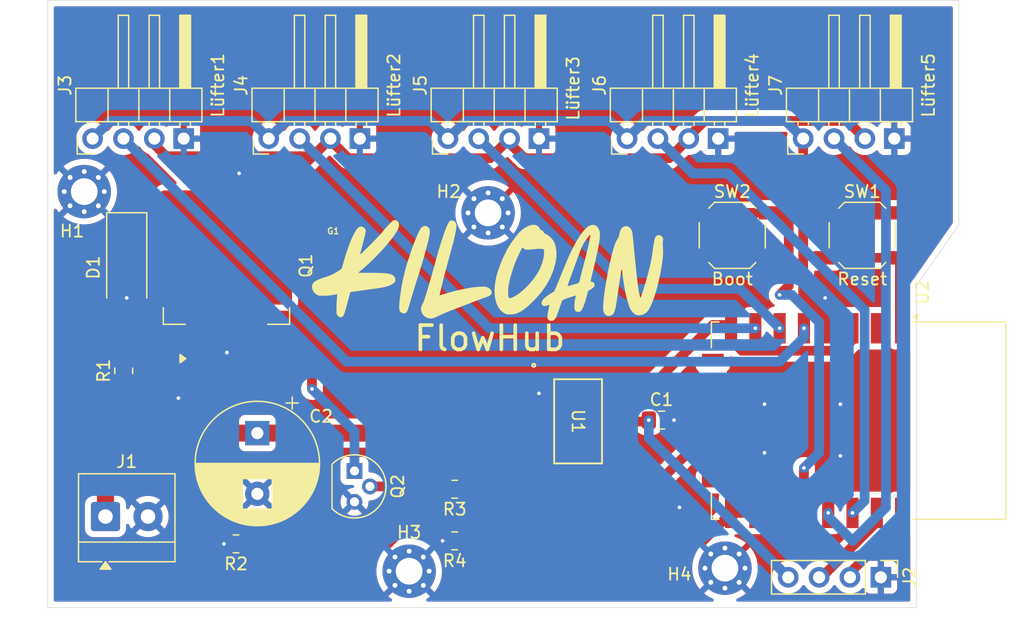
<source format=kicad_pcb>
(kicad_pcb (version 20241229) (generator "pcbnew") (generator_version "9.0")
  (layers (0 "F.Cu" signal) (2 "B.Cu" signal) (13 "F.Paste" user) (15 "B.Paste" user) (5 "F.SilkS" user "F.Silkscreen") (7 "B.SilkS" user "B.Silkscreen") (1 "F.Mask" user) (3 "B.Mask" user) (25 "Edge.Cuts" user))
  (net 0 "")
  (net 1 "GND")
  (net 2 "+3.3V")
  (net 3 "+12V")
  (net 4 "Lüfter+")
  (net 5 "Net-(J2-Pin_2)")
  (net 6 "Net-(J2-Pin_3)")
  (net 7 "PWM1")
  (net 8 "RPM1")
  (net 9 "RPM2")
  (net 10 "RPM3")
  (net 11 "RPM4")
  (net 12 "RPM5")
  (net 13 "Net-(Q2-E)")
  (net 14 "Net-(Q2-B)")
  (net 15 "PWM2")
  (net 16 "Net-(U2-GND)")
  (net 17 "Net-(U2-~{RST})")
  (net 18 "Net-(U2-GPIO0)")
  (footprint "Connector_PinHeader_2.54mm:PinHeader_1x04_P2.54mm_pclüfter" (layer "F.Cu") (at 49.69 32.885 90)
    (property "Reference" "J4" (at 4.385 -2.27 90) (layer "F.SilkS"))
    (property "Value" "Lüfter2" (at 4.385 10.31 90) (layer "F.SilkS"))
    (pad "1" thru_hole rect (at 0 7.5 90) (size 1.7 1.7) (drill 1) (layers "*.Cu" "*.Mask") (net 1 "GND"))
    (pad "2" thru_hole circle (at 0 5.08 90) (size 1.7 1.7) (drill 1) (layers "*.Cu" "*.Mask") (net 4 "Lüfter+"))
    (pad "3" thru_hole circle (at 0 2.54 90) (size 1.7 1.7) (drill 1) (layers "*.Cu" "*.Mask") (net 9 "RPM2"))
    (pad "4" thru_hole circle (at 0 0 90) (size 1.7 1.7) (drill 1) (layers "*.Cu" "*.Mask") (net 7 "PWM1"))
  )
  (footprint "MountingHole:MountingHole_2.2mm_M2_Pad_Via" (layer "F.Cu") (at 34.5 37.25)
    (property "Reference" "H1" (at -1 3.25 0) (layer "F.SilkS"))
    (property "Value" "MountingHole_Pad")
    (pad "1" thru_hole circle (at -1.65 0) (size 0.7 0.7) (drill 0.4) (layers "*.Cu" "*.Mask") (net 1 "GND"))
    (pad "1" thru_hole circle (at -1.166726 -1.166726) (size 0.7 0.7) (drill 0.4) (layers "*.Cu" "*.Mask") (net 1 "GND"))
    (pad "1" thru_hole circle (at -1.166726 1.166726) (size 0.7 0.7) (drill 0.4) (layers "*.Cu" "*.Mask") (net 1 "GND"))
    (pad "1" thru_hole circle (at 0 -1.65) (size 0.7 0.7) (drill 0.4) (layers "*.Cu" "*.Mask") (net 1 "GND"))
    (pad "1" thru_hole circle (at 0 0) (size 4.4 4.4) (drill 2.2) (layers "*.Cu" "*.Mask") (net 1 "GND"))
    (pad "1" thru_hole circle (at 0 1.65) (size 0.7 0.7) (drill 0.4) (layers "*.Cu" "*.Mask") (net 1 "GND"))
    (pad "1" thru_hole circle (at 1.166726 -1.166726) (size 0.7 0.7) (drill 0.4) (layers "*.Cu" "*.Mask") (net 1 "GND"))
    (pad "1" thru_hole circle (at 1.166726 1.166726) (size 0.7 0.7) (drill 0.4) (layers "*.Cu" "*.Mask") (net 1 "GND"))
    (pad "1" thru_hole circle (at 1.65 0) (size 0.7 0.7) (drill 0.4) (layers "*.Cu" "*.Mask") (net 1 "GND"))
  )
  (footprint "Diode_SMD:D_SMA_Handsoldering" (layer "F.Cu") (at 38 43.5 -90)
    (property "Reference" "D1" (at 0 2.75 90) (layer "F.SilkS"))
    (property "Value" "Diode")
    (pad "1" smd roundrect (at -2.5 0 270) (size 3.5 1.8) (layers "F.Cu" "F.Mask" "F.Paste") (roundrect_rratio 0.1388888889) (net 4 "Lüfter+"))
    (pad "2" smd roundrect (at 2.5 0 270) (size 3.5 1.8) (layers "F.Cu" "F.Mask" "F.Paste") (roundrect_rratio 0.1388888889) (net 1 "GND"))
  )
  (footprint "Resistor_SMD:R_0805_2012Metric_Pad1.20x1.40mm_HandSolder" (layer "F.Cu") (at 65 66 180)
    (property "Reference" "R4" (at 0 -1.65 0) (layer "F.SilkS"))
    (property "Value" "1kΩ")
    (pad "1" smd roundrect (at -1 0 180) (size 1.2 1.4) (layers "F.Cu" "F.Mask" "F.Paste") (roundrect_rratio 0.208333) (net 16 "Net-(U2-GND)"))
    (pad "2" smd roundrect (at 1 0 180) (size 1.2 1.4) (layers "F.Cu" "F.Mask" "F.Paste") (roundrect_rratio 0.208333) (net 1 "GND"))
  )
  (footprint "MountingHole:MountingHole_2.2mm_M2_Pad_Via" (layer "F.Cu") (at 87.25 68.25)
    (property "Reference" "H4" (at -3.75 0.5 0) (layer "F.SilkS"))
    (property "Value" "MountingHole_Pad")
    (pad "1" thru_hole circle (at -1.65 0) (size 0.7 0.7) (drill 0.4) (layers "*.Cu" "*.Mask") (net 1 "GND"))
    (pad "1" thru_hole circle (at -1.166726 -1.166726) (size 0.7 0.7) (drill 0.4) (layers "*.Cu" "*.Mask") (net 1 "GND"))
    (pad "1" thru_hole circle (at -1.166726 1.166726) (size 0.7 0.7) (drill 0.4) (layers "*.Cu" "*.Mask") (net 1 "GND"))
    (pad "1" thru_hole circle (at 0 -1.65) (size 0.7 0.7) (drill 0.4) (layers "*.Cu" "*.Mask") (net 1 "GND"))
    (pad "1" thru_hole circle (at 0 0) (size 4.4 4.4) (drill 2.2) (layers "*.Cu" "*.Mask") (net 1 "GND"))
    (pad "1" thru_hole circle (at 0 1.65) (size 0.7 0.7) (drill 0.4) (layers "*.Cu" "*.Mask") (net 1 "GND"))
    (pad "1" thru_hole circle (at 1.166726 -1.166726) (size 0.7 0.7) (drill 0.4) (layers "*.Cu" "*.Mask") (net 1 "GND"))
    (pad "1" thru_hole circle (at 1.166726 1.166726) (size 0.7 0.7) (drill 0.4) (layers "*.Cu" "*.Mask") (net 1 "GND"))
    (pad "1" thru_hole circle (at 1.65 0) (size 0.7 0.7) (drill 0.4) (layers "*.Cu" "*.Mask") (net 1 "GND"))
  )
  (footprint "TerminalBlock_4Ucon:TerminalBlock_4Ucon_1x02_P3.50mm_Horizontal" (layer "F.Cu") (at 36.25 64)
    (property "Reference" "J1" (at 1.75 -4.52 0) (layer "F.SilkS"))
    (property "Value" "Power IN")
    (pad "1" thru_hole roundrect (at 0 0) (size 2.4 2.4) (drill 1.2) (layers "*.Cu" "*.Mask") (roundrect_rratio 0.104167) (net 3 "+12V"))
    (pad "2" thru_hole circle (at 3.5 0) (size 2.4 2.4) (drill 1.2) (layers "*.Cu" "*.Mask") (net 1 "GND"))
  )
  (footprint "Resistor_SMD:R_0805_2012Metric_Pad1.20x1.40mm_HandSolder" (layer "F.Cu") (at 65 61.75 180)
    (property "Reference" "R3" (at 0 -1.65 0) (layer "F.SilkS"))
    (property "Value" "1kΩ")
    (pad "1" smd roundrect (at -1 0 180) (size 1.2 1.4) (layers "F.Cu" "F.Mask" "F.Paste") (roundrect_rratio 0.208333) (net 15 "PWM2"))
    (pad "2" smd roundrect (at 1 0 180) (size 1.2 1.4) (layers "F.Cu" "F.Mask" "F.Paste") (roundrect_rratio 0.208333) (net 14 "Net-(Q2-B)"))
  )
  (footprint "Package_TO_SOT_SMD:TO-263-2" (layer "F.Cu") (at 46.21 43.35 90)
    (property "Reference" "Q1" (at 0 6.54 90) (layer "F.SilkS"))
    (property "Value" "IRF9Z34NSTRLPBF-JSM")
    (pad "1" smd roundrect (at -7.65 -2.54 90) (size 4.6 1.1) (layers "F.Cu" "F.Mask" "F.Paste") (roundrect_rratio 0.227273) (net 13 "Net-(Q2-E)"))
    (pad "2" smd roundrect (at 1.5 0 90) (size 9.4 10.8) (layers "F.Cu" "F.Mask") (roundrect_rratio 0.026596) (net 4 "Lüfter+"))
    (pad "3" smd roundrect (at -7.65 2.54 90) (size 4.6 1.1) (layers "F.Cu" "F.Mask" "F.Paste") (roundrect_rratio 0.227273) (net 3 "+12V"))
  )
  (footprint "RF_Module:ESP-12E" (layer "F.Cu") (at 98.25 56.1 -90)
    (property "Reference" "U2" (at -10.56 -5.26 90) (layer "F.SilkS"))
    (property "Value" "ESP-12F")
    (pad "1" smd rect (at -7.6 -3.5 270) (size 2.5 1) (layers "F.Cu" "F.Mask" "F.Paste") (net 17 "Net-(U2-~{RST})"))
    (pad "2" smd rect (at -7.6 -1.5 270) (size 2.5 1) (layers "F.Cu" "F.Mask" "F.Paste"))
    (pad "3" smd rect (at -7.6 0.5 270) (size 2.5 1) (layers "F.Cu" "F.Mask" "F.Paste") (net 2 "+3.3V"))
    (pad "4" smd rect (at -7.6 2.5 270) (size 2.5 1) (layers "F.Cu" "F.Mask" "F.Paste") (net 7 "PWM1"))
    (pad "5" smd rect (at -7.6 4.5 270) (size 2.5 1) (layers "F.Cu" "F.Mask" "F.Paste") (net 8 "RPM1"))
    (pad "6" smd rect (at -7.6 6.5 270) (size 2.5 1) (layers "F.Cu" "F.Mask" "F.Paste") (net 10 "RPM3"))
    (pad "7" smd rect (at -7.6 8.5 270) (size 2.5 1) (layers "F.Cu" "F.Mask" "F.Paste") (net 9 "RPM2"))
    (pad "8" smd rect (at -7.6 10.5 270) (size 2.5 1) (layers "F.Cu" "F.Mask" "F.Paste") (net 2 "+3.3V"))
    (pad "9" smd rect (at -5 12 270) (size 1 1.8) (layers "F.Cu" "F.Mask" "F.Paste"))
    (pad "10" smd rect (at -3 12 270) (size 1 1.8) (layers "F.Cu" "F.Mask" "F.Paste"))
    (pad "11" smd rect (at -1 12 270) (size 1 1.8) (layers "F.Cu" "F.Mask" "F.Paste"))
    (pad "12" smd rect (at 1 12 270) (size 1 1.8) (layers "F.Cu" "F.Mask" "F.Paste") (net 15 "PWM2"))
    (pad "13" smd rect (at 3 12 270) (size 1 1.8) (layers "F.Cu" "F.Mask" "F.Paste"))
    (pad "14" smd rect (at 5 12 270) (size 1 1.8) (layers "F.Cu" "F.Mask" "F.Paste"))
    (pad "15" smd rect (at 7.6 10.5 270) (size 2.5 1) (layers "F.Cu" "F.Mask" "F.Paste") (net 16 "Net-(U2-GND)"))
    (pad "16" smd rect (at 7.6 8.5 270) (size 2.5 1) (layers "F.Cu" "F.Mask" "F.Paste") (net 16 "Net-(U2-GND)"))
    (pad "17" smd rect (at 7.6 6.5 270) (size 2.5 1) (layers "F.Cu" "F.Mask" "F.Paste"))
    (pad "18" smd rect (at 7.6 4.5 270) (size 2.5 1) (layers "F.Cu" "F.Mask" "F.Paste") (net 18 "Net-(U2-GPIO0)"))
    (pad "19" smd rect (at 7.6 2.5 270) (size 2.5 1) (layers "F.Cu" "F.Mask" "F.Paste") (net 12 "RPM5"))
    (pad "20" smd rect (at 7.6 0.5 270) (size 2.5 1) (layers "F.Cu" "F.Mask" "F.Paste") (net 11 "RPM4"))
    (pad "21" smd rect (at 7.6 -1.5 270) (size 2.5 1) (layers "F.Cu" "F.Mask" "F.Paste") (net 6 "Net-(J2-Pin_3)"))
    (pad "22" smd rect (at 7.6 -3.5 270) (size 2.5 1) (layers "F.Cu" "F.Mask" "F.Paste") (net 5 "Net-(J2-Pin_2)"))
    (zone (net 0) (net_name "") (layers "F.Cu" "B.Cu") (connect_pads (clearance 0)) (min_thickness 0.254)
      (keepout (tracks not_allowed) (vias not_allowed) (pads not_allowed) (copperpour not_allowed) (footprints not_allowed))
      (fill (thermal_gap 0.508) (thermal_bridge_width 0.508))
      (polygon (pts (xy 103.05 47.98) (xy 103.05 64.22) (xy 110.37 64.22) (xy 110.37 47.98)))
    )
  )
  (footprint "Connector_PinHeader_2.54mm:PinHeader_1x04_P2.54mm_pclüfter" (layer "F.Cu") (at 93.69 32.885 90)
    (property "Reference" "J7" (at 4.385 -2.27 90) (layer "F.SilkS"))
    (property "Value" "Lüfter5" (at 4.385 10.31 90) (layer "F.SilkS"))
    (pad "1" thru_hole rect (at 0 7.5 90) (size 1.7 1.7) (drill 1) (layers "*.Cu" "*.Mask") (net 1 "GND"))
    (pad "2" thru_hole circle (at 0 5.08 90) (size 1.7 1.7) (drill 1) (layers "*.Cu" "*.Mask") (net 4 "Lüfter+"))
    (pad "3" thru_hole circle (at 0 2.54 90) (size 1.7 1.7) (drill 1) (layers "*.Cu" "*.Mask") (net 12 "RPM5"))
    (pad "4" thru_hole circle (at 0 0 90) (size 1.7 1.7) (drill 1) (layers "*.Cu" "*.Mask") (net 7 "PWM1"))
  )
  (footprint "Resistor_SMD:R_0805_2012Metric_Pad1.20x1.40mm_HandSolder" (layer "F.Cu") (at 37.75 52 90)
    (property "Reference" "R1" (at 0 -1.65 90) (layer "F.SilkS"))
    (property "Value" "2.2kΩ")
    (pad "1" smd roundrect (at -1 0 90) (size 1.2 1.4) (layers "F.Cu" "F.Mask" "F.Paste") (roundrect_rratio 0.208333) (net 3 "+12V"))
    (pad "2" smd roundrect (at 1 0 90) (size 1.2 1.4) (layers "F.Cu" "F.Mask" "F.Paste") (roundrect_rratio 0.208333) (net 13 "Net-(Q2-E)"))
  )
  (footprint "Connector_PinHeader_2.54mm:PinHeader_1x04_P2.54mm_pclüfter" (layer "F.Cu") (at 79.19 32.885 90)
    (property "Reference" "J6" (at 4.385 -2.27 90) (layer "F.SilkS"))
    (property "Value" "Lüfter4" (at 4.385 10.31 90) (layer "F.SilkS"))
    (pad "1" thru_hole rect (at 0 7.5 90) (size 1.7 1.7) (drill 1) (layers "*.Cu" "*.Mask") (net 1 "GND"))
    (pad "2" thru_hole circle (at 0 5.08 90) (size 1.7 1.7) (drill 1) (layers "*.Cu" "*.Mask") (net 4 "Lüfter+"))
    (pad "3" thru_hole circle (at 0 2.54 90) (size 1.7 1.7) (drill 1) (layers "*.Cu" "*.Mask") (net 11 "RPM4"))
    (pad "4" thru_hole circle (at 0 0 90) (size 1.7 1.7) (drill 1) (layers "*.Cu" "*.Mask") (net 7 "PWM1"))
  )
  (footprint "MountingHole:MountingHole_2.2mm_M2_Pad_Via" (layer "F.Cu") (at 61.25 68.5)
    (property "Reference" "H3" (at 0 -3.2 0) (layer "F.SilkS"))
    (property "Value" "MountingHole_Pad")
    (pad "1" thru_hole circle (at -1.65 0) (size 0.7 0.7) (drill 0.4) (layers "*.Cu" "*.Mask") (net 1 "GND"))
    (pad "1" thru_hole circle (at -1.166726 -1.166726) (size 0.7 0.7) (drill 0.4) (layers "*.Cu" "*.Mask") (net 1 "GND"))
    (pad "1" thru_hole circle (at -1.166726 1.166726) (size 0.7 0.7) (drill 0.4) (layers "*.Cu" "*.Mask") (net 1 "GND"))
    (pad "1" thru_hole circle (at 0 -1.65) (size 0.7 0.7) (drill 0.4) (layers "*.Cu" "*.Mask") (net 1 "GND"))
    (pad "1" thru_hole circle (at 0 0) (size 4.4 4.4) (drill 2.2) (layers "*.Cu" "*.Mask") (net 1 "GND"))
    (pad "1" thru_hole circle (at 0 1.65) (size 0.7 0.7) (drill 0.4) (layers "*.Cu" "*.Mask") (net 1 "GND"))
    (pad "1" thru_hole circle (at 1.166726 -1.166726) (size 0.7 0.7) (drill 0.4) (layers "*.Cu" "*.Mask") (net 1 "GND"))
    (pad "1" thru_hole circle (at 1.166726 1.166726) (size 0.7 0.7) (drill 0.4) (layers "*.Cu" "*.Mask") (net 1 "GND"))
    (pad "1" thru_hole circle (at 1.65 0) (size 0.7 0.7) (drill 0.4) (layers "*.Cu" "*.Mask") (net 1 "GND"))
  )
  (footprint "Button_Switch_SMD:SW_SPST_SKQG_WithStem" (layer "F.Cu") (at 98.55 40.85)
    (property "Reference" "SW1" (at 0 -3.6 0) (layer "F.SilkS"))
    (property "Value" "Reset" (at 0 3.6 0) (layer "F.SilkS"))
    (pad "1" smd rect (at -3.1 -1.85) (size 1.8 1.1) (layers "F.Cu" "F.Mask" "F.Paste") (net 1 "GND"))
    (pad "1" smd rect (at 3.1 -1.85) (size 1.8 1.1) (layers "F.Cu" "F.Mask" "F.Paste") (net 1 "GND"))
    (pad "2" smd rect (at -3.1 1.85) (size 1.8 1.1) (layers "F.Cu" "F.Mask" "F.Paste") (net 17 "Net-(U2-~{RST})"))
    (pad "2" smd rect (at 3.1 1.85) (size 1.8 1.1) (layers "F.Cu" "F.Mask" "F.Paste") (net 17 "Net-(U2-~{RST})"))
    (zone (net 0) (net_name "") (layer "F.Cu") (connect_pads (clearance 0)) (min_thickness 0.254)
      (keepout (tracks not_allowed) (vias not_allowed) (pads not_allowed) (copperpour not_allowed) (footprints not_allowed))
      (fill (thermal_gap 0.508) (thermal_bridge_width 0.508))
      (polygon (pts (xy 94.55 39.55) (xy 97.55 39.55) (xy 97.55 42.15) (xy 94.55 42.15)))
    )
    (zone (net 0) (net_name "") (layer "F.Cu") (connect_pads (clearance 0)) (min_thickness 0.254)
      (keepout (tracks not_allowed) (vias not_allowed) (pads not_allowed) (copperpour not_allowed) (footprints not_allowed))
      (fill (thermal_gap 0.508) (thermal_bridge_width 0.508))
      (polygon (pts (xy 99.55 39.55) (xy 102.55 39.55) (xy 102.55 42.15) (xy 99.55 42.15)))
    )
  )
  (footprint "Button_Switch_SMD:SW_SPST_SKQG_WithStem" (layer "F.Cu") (at 87.85 40.85)
    (property "Reference" "SW2" (at 0 -3.6 0) (layer "F.SilkS"))
    (property "Value" "Boot" (at 0 3.6 0) (layer "F.SilkS"))
    (pad "1" smd rect (at -3.1 -1.85) (size 1.8 1.1) (layers "F.Cu" "F.Mask" "F.Paste") (net 18 "Net-(U2-GPIO0)"))
    (pad "1" smd rect (at 3.1 -1.85) (size 1.8 1.1) (layers "F.Cu" "F.Mask" "F.Paste") (net 18 "Net-(U2-GPIO0)"))
    (pad "2" smd rect (at -3.1 1.85) (size 1.8 1.1) (layers "F.Cu" "F.Mask" "F.Paste") (net 1 "GND"))
    (pad "2" smd rect (at 3.1 1.85) (size 1.8 1.1) (layers "F.Cu" "F.Mask" "F.Paste") (net 1 "GND"))
    (zone (net 0) (net_name "") (layer "F.Cu") (connect_pads (clearance 0)) (min_thickness 0.254)
      (keepout (tracks not_allowed) (vias not_allowed) (pads not_allowed) (copperpour not_allowed) (footprints not_allowed))
      (fill (thermal_gap 0.508) (thermal_bridge_width 0.508))
      (polygon (pts (xy 83.85 39.55) (xy 86.85 39.55) (xy 86.85 42.15) (xy 83.85 42.15)))
    )
    (zone (net 0) (net_name "") (layer "F.Cu") (connect_pads (clearance 0)) (min_thickness 0.254)
      (keepout (tracks not_allowed) (vias not_allowed) (pads not_allowed) (copperpour not_allowed) (footprints not_allowed))
      (fill (thermal_gap 0.508) (thermal_bridge_width 0.508))
      (polygon (pts (xy 88.85 39.55) (xy 91.85 39.55) (xy 91.85 42.15) (xy 88.85 42.15)))
    )
  )
  (footprint "LOGO" (layer "F.Cu") (at 68.75 44.25)
    (property "Reference" "G1" (at -13.75 -3.75 0) (layer "F.SilkS") (effects (font (size 0.5 0.5) (thickness 0.1) (bold yes))))
    (property "Value" "LOGO" (hide yes))
  )
  (footprint "Connector_PinHeader_2.54mm:PinHeader_1x04_P2.54mm_pclüfter" (layer "F.Cu") (at 64.44 32.885 90)
    (property "Reference" "J5" (at 4.385 -2.27 90) (layer "F.SilkS"))
    (property "Value" "Lüfter3" (at 4.135 10.31 90) (layer "F.SilkS"))
    (pad "1" thru_hole rect (at 0 7.5 90) (size 1.7 1.7) (drill 1) (layers "*.Cu" "*.Mask") (net 1 "GND"))
    (pad "2" thru_hole circle (at 0 5.08 90) (size 1.7 1.7) (drill 1) (layers "*.Cu" "*.Mask") (net 4 "Lüfter+"))
    (pad "3" thru_hole circle (at 0 2.54 90) (size 1.7 1.7) (drill 1) (layers "*.Cu" "*.Mask") (net 10 "RPM3"))
    (pad "4" thru_hole circle (at 0 0 90) (size 1.7 1.7) (drill 1) (layers "*.Cu" "*.Mask") (net 7 "PWM1"))
  )
  (footprint "Resistor_SMD:R_0805_2012Metric_Pad1.20x1.40mm_HandSolder" (layer "F.Cu") (at 47 66.25 180)
    (property "Reference" "R2" (at 0 -1.65 0) (layer "F.SilkS"))
    (property "Value" "10kΩ")
    (pad "1" smd roundrect (at -1 0 180) (size 1.2 1.4) (layers "F.Cu" "F.Mask" "F.Paste") (roundrect_rratio 0.208333) (net 14 "Net-(Q2-B)"))
    (pad "2" smd roundrect (at 1 0 180) (size 1.2 1.4) (layers "F.Cu" "F.Mask" "F.Paste") (roundrect_rratio 0.208333) (net 1 "GND"))
  )
  (footprint "Capacitor_SMD:C_0805_2012Metric_Pad1.18x1.45mm_HandSolder" (layer "F.Cu") (at 82.02 56.06)
    (property "Reference" "C1" (at 0 -1.68 0) (layer "F.SilkS"))
    (property "Value" "10uF")
    (pad "1" smd roundrect (at -1.0375 0) (size 1.175 1.45) (layers "F.Cu" "F.Mask" "F.Paste") (roundrect_rratio 0.212766) (net 2 "+3.3V"))
    (pad "2" smd roundrect (at 1.0375 0) (size 1.175 1.45) (layers "F.Cu" "F.Mask" "F.Paste") (roundrect_rratio 0.212766) (net 1 "GND"))
  )
  (footprint "Connector_PinHeader_2.54mm:PinHeader_1x04_P2.54mm_pclüfter" (layer "F.Cu") (at 35.19 32.885 90)
    (property "Reference" "J3" (at 4.385 -2.27 90) (layer "F.SilkS"))
    (property "Value" "Lüfter1" (at 4.385 10.31 90) (layer "F.SilkS"))
    (pad "1" thru_hole rect (at 0 7.5 90) (size 1.7 1.7) (drill 1) (layers "*.Cu" "*.Mask") (net 1 "GND"))
    (pad "2" thru_hole circle (at 0 5.08 90) (size 1.7 1.7) (drill 1) (layers "*.Cu" "*.Mask") (net 4 "Lüfter+"))
    (pad "3" thru_hole circle (at 0 2.54 90) (size 1.7 1.7) (drill 1) (layers "*.Cu" "*.Mask") (net 8 "RPM1"))
    (pad "4" thru_hole circle (at 0 0 90) (size 1.7 1.7) (drill 1) (layers "*.Cu" "*.Mask") (net 7 "PWM1"))
  )
  (footprint "MountingHole:MountingHole_2.2mm_M2_Pad_Via" (layer "F.Cu") (at 67.75 39)
    (property "Reference" "H2" (at -3.25 -1.75 0) (layer "F.SilkS"))
    (property "Value" "MountingHole_Pad")
    (pad "1" thru_hole circle (at -1.65 0) (size 0.7 0.7) (drill 0.4) (layers "*.Cu" "*.Mask") (net 1 "GND"))
    (pad "1" thru_hole circle (at -1.166726 -1.166726) (size 0.7 0.7) (drill 0.4) (layers "*.Cu" "*.Mask") (net 1 "GND"))
    (pad "1" thru_hole circle (at -1.166726 1.166726) (size 0.7 0.7) (drill 0.4) (layers "*.Cu" "*.Mask") (net 1 "GND"))
    (pad "1" thru_hole circle (at 0 -1.65) (size 0.7 0.7) (drill 0.4) (layers "*.Cu" "*.Mask") (net 1 "GND"))
    (pad "1" thru_hole circle (at 0 0) (size 4.4 4.4) (drill 2.2) (layers "*.Cu" "*.Mask") (net 1 "GND"))
    (pad "1" thru_hole circle (at 0 1.65) (size 0.7 0.7) (drill 0.4) (layers "*.Cu" "*.Mask") (net 1 "GND"))
    (pad "1" thru_hole circle (at 1.166726 -1.166726) (size 0.7 0.7) (drill 0.4) (layers "*.Cu" "*.Mask") (net 1 "GND"))
    (pad "1" thru_hole circle (at 1.166726 1.166726) (size 0.7 0.7) (drill 0.4) (layers "*.Cu" "*.Mask") (net 1 "GND"))
    (pad "1" thru_hole circle (at 1.65 0) (size 0.7 0.7) (drill 0.4) (layers "*.Cu" "*.Mask") (net 1 "GND"))
  )
  (footprint "Capacitor_THT:CP_Radial_D10.0mm_P5.00mm" (layer "F.Cu") (at 48.75 57.132323 -90)
    (property "Reference" "C2" (at -1.382323 -5.25 180) (layer "F.SilkS"))
    (property "Value" "1000uF")
    (pad "1" thru_hole rect (at 0 0 270) (size 2 2) (drill 1) (layers "*.Cu" "*.Mask") (net 3 "+12V"))
    (pad "2" thru_hole circle (at 5 0 270) (size 2 2) (drill 1) (layers "*.Cu" "*.Mask") (net 1 "GND"))
  )
  (footprint "ul_NCP1117LPST33T3G:SOT223-3_ONS" (layer "F.Cu") (at 75.1573 56.1615 -90)
    (property "Reference" "U1" (at 0 0 270) (layer "F.SilkS"))
    (property "Value" "NCP1117LPST33T3G")
    (pad "1" smd rect (at -2.2987 3.2258 270) (size 0.6096 1.5494) (layers "F.Cu" "F.Mask" "F.Paste") (net 1 "GND"))
    (pad "2" smd rect (at 0 3.2258 270) (size 0.6096 1.5494) (layers "F.Cu" "F.Mask" "F.Paste") (net 2 "+3.3V"))
    (pad "2" smd rect (at 0.0174 -3.1309 270) (size 3.4652 2.0618) (layers "F.Cu" "F.Mask" "F.Paste") (net 2 "+3.3V"))
    (pad "3" smd rect (at 2.2987 3.2258 270) (size 0.6096 1.5494) (layers "F.Cu" "F.Mask" "F.Paste") (net 3 "+12V"))
  )
  (footprint "Connector_PinHeader_2.54mm:PinHeader_1x04_P2.54mm_Vertical" (layer "F.Cu") (at 100.08 69 -90)
    (property "Reference" "J2" (at 0 -2.38 90) (layer "F.SilkS"))
    (property "Value" "Prog")
    (pad "1" thru_hole rect (at 0 0 270) (size 1.7 1.7) (drill 1) (layers "*.Cu" "*.Mask") (net 1 "GND"))
    (pad "2" thru_hole circle (at 0 2.54 270) (size 1.7 1.7) (drill 1) (layers "*.Cu" "*.Mask") (net 5 "Net-(J2-Pin_2)"))
    (pad "3" thru_hole circle (at 0 5.08 270) (size 1.7 1.7) (drill 1) (layers "*.Cu" "*.Mask") (net 6 "Net-(J2-Pin_3)"))
    (pad "4" thru_hole circle (at 0 7.62 270) (size 1.7 1.7) (drill 1) (layers "*.Cu" "*.Mask") (net 2 "+3.3V"))
  )
  (footprint "Package_TO_SOT_THT:TO-92" (layer "F.Cu") (at 56.75 60.25 -90)
    (property "Reference" "Q2" (at 1.27 -3.56 90) (layer "F.SilkS"))
    (property "Value" "Transistor 45V 100mA")
    (pad "1" thru_hole rect (at 0 0 270) (size 1.3 1.3) (drill 0.75) (layers "*.Cu" "*.Mask") (net 13 "Net-(Q2-E)"))
    (pad "2" thru_hole circle (at 1.27 -1.27 270) (size 1.3 1.3) (drill 0.75) (layers "*.Cu" "*.Mask") (net 14 "Net-(Q2-B)"))
    (pad "3" thru_hole circle (at 2.54 0 270) (size 1.3 1.3) (drill 0.75) (layers "*.Cu" "*.Mask") (net 1 "GND"))
  )
  (gr_line (start 106.5 40) (end 106.5 21.5) (stroke (width 0.05)) (layer "Edge.Cuts"))
  (gr_line (start 31.5 21.5) (end 106.5 21.5) (stroke (width 0.05)) (layer "Edge.Cuts"))
  (gr_line (start 103 71.5) (end 31.5 71.5) (stroke (width 0.05)) (layer "Edge.Cuts"))
  (gr_line (start 103 45) (end 106.5 40) (stroke (width 0.05)) (layer "Edge.Cuts"))
  (gr_line (start 31.5 71.5) (end 31.5 21.5) (stroke (width 0.05)) (layer "Edge.Cuts"))
  (gr_line (start 103 45) (end 103 71.5) (stroke (width 0.05)) (layer "Edge.Cuts"))
  (gr_text "FlowHub" (at 61.5 50.5 0) (layer "F.SilkS") (effects (font (size 2 2) (thickness 0.3)) (justify left bottom)))
  (segment (start 95.45 39) (end 101.65 39) (width 0.8) (layer "F.Cu") (net 1))
  (segment (start 84.75 42.7) (end 90.95 42.7) (width 0.8) (layer "F.Cu") (net 1))
  (via (at 83.5 63.25) (size 0.4) (drill 0.3) (layers "F.Cu" "B.Cu") (net 1))
  (via (at 90.5 58.75) (size 0.4) (drill 0.3) (layers "F.Cu" "B.Cu") (net 1))
  (via (at 83.0575 56.06) (size 0.4) (drill 0.3) (layers "F.Cu" "B.Cu") (net 1))
  (via (at 64 66) (size 0.4) (drill 0.3) (layers "F.Cu" "B.Cu") (net 1))
  (via (at 38 46) (size 0.4) (drill 0.3) (layers "F.Cu" "B.Cu") (net 1))
  (via (at 71.9315 53.8628) (size 0.4) (drill 0.3) (layers "F.Cu" "B.Cu") (net 1))
  (via (at 96.75 59) (size 0.4) (drill 0.3) (layers "F.Cu" "B.Cu") (net 1))
  (via (at 90.5 54.75) (size 0.4) (drill 0.3) (layers "F.Cu" "B.Cu") (net 1))
  (via (at 47.25 35.75) (size 0.4) (drill 0.3) (layers "F.Cu" "B.Cu") (net 1))
  (via (at 95.5 46) (size 0.4) (drill 0.3) (layers "F.Cu" "B.Cu") (net 1))
  (via (at 46 66.25) (size 0.4) (drill 0.3) (layers "F.Cu" "B.Cu") (net 1))
  (via (at 42.25 54.25) (size 0.4) (drill 0.3) (layers "F.Cu" "B.Cu") (net 1))
  (via (at 96.75 54.75) (size 0.4) (drill 0.3) (layers "F.Cu" "B.Cu") (net 1))
  (via (at 46.25 50.5) (size 0.4) (drill 0.3) (layers "F.Cu" "B.Cu") (net 1))
  (segment (start 86.2371 48.23) (end 87.48 48.23) (width 0.8) (layer "F.Cu") (net 2))
  (segment (start 78.2882 56.1789) (end 86.2371 48.23) (width 0.8) (layer "F.Cu") (net 2))
  (segment (start 87.48 48.23) (end 87.75 48.5) (width 0.8) (layer "F.Cu") (net 2))
  (segment (start 96.851 50.351) (end 97.75 49.452) (width 0.8) (layer "F.Cu") (net 2))
  (segment (start 87.75 49.452) (end 88.649 50.351) (width 0.8) (layer "F.Cu") (net 2))
  (segment (start 88.649 50.351) (end 96.851 50.351) (width 0.8) (layer "F.Cu") (net 2))
  (segment (start 80.8636 56.1789) (end 80.9825 56.06) (width 0.8) (layer "F.Cu") (net 2))
  (segment (start 97.75 49.452) (end 97.75 48.5) (width 0.8) (layer "F.Cu") (net 2))
  (segment (start 78.2708 56.1615) (end 78.2882 56.1789) (width 0.8) (layer "F.Cu") (net 2))
  (segment (start 87.75 48.5) (end 87.75 49.452) (width 0.8) (layer "F.Cu") (net 2))
  (segment (start 71.9315 56.1615) (end 78.2708 56.1615) (width 0.8) (layer "F.Cu") (net 2))
  (segment (start 78.2882 56.1789) (end 80.8636 56.1789) (width 0.8) (layer "F.Cu") (net 2))
  (via (at 80.9825 56.06) (size 0.4) (drill 0.3) (layers "F.Cu" "B.Cu") (net 2))
  (segment (start 80.9825 57.5225) (end 92.46 69) (width 0.8) (layer "B.Cu") (net 2))
  (segment (start 80.9825 56.06) (end 80.9825 57.5225) (width 0.8) (layer "B.Cu") (net 2))
  (segment (start 41.882323 57.132323) (end 42.617677 57.132323) (width 1.4) (layer "F.Cu") (net 3))
  (segment (start 64.382323 57.132323) (end 65.7102 58.4602) (width 1.4) (layer "F.Cu") (net 3))
  (segment (start 41.882323 57.132323) (end 48.75 57.132323) (width 1.4) (layer "F.Cu") (net 3))
  (segment (start 36.25 64) (end 36.25 54.5) (width 1.4) (layer "F.Cu") (net 3))
  (segment (start 42.617677 57.132323) (end 48.75 51) (width 1.4) (layer "F.Cu") (net 3))
  (segment (start 37.75 53) (end 41.882323 57.132323) (width 1.4) (layer "F.Cu") (net 3))
  (segment (start 36.25 54.5) (end 37.75 53) (width 1.4) (layer "F.Cu") (net 3))
  (segment (start 48.75 57.132323) (end 64.382323 57.132323) (width 1.4) (layer "F.Cu") (net 3))
  (segment (start 65.7102 58.4602) (end 71.9315 58.4602) (width 1.4) (layer "F.Cu") (net 3))
  (segment (start 54.77 32.885) (end 54.77 33.02) (width 0.8) (layer "F.Cu") (net 4))
  (segment (start 53.319 34.336) (end 53.8275 33.8275) (width 0.8) (layer "F.Cu") (net 4))
  (segment (start 97.319 31.434) (end 98.77 32.885) (width 0.8) (layer "F.Cu") (net 4))
  (segment (start 46.21 41.85) (end 46.21 41.445) (width 0.8) (layer "F.Cu") (net 4))
  (segment (start 56.25 34.5) (end 67.905 34.5) (width 0.8) (layer "F.Cu") (net 4))
  (segment (start 82.655 34.5) (end 84.27 32.885) (width 0.8) (layer "F.Cu") (net 4))
  (segment (start 46.21 41.85) (end 38.85 41.85) (width 0.8) (layer "F.Cu") (net 4))
  (segment (start 40.27 33.367) (end 41.0765 34.1735) (width 0.8) (layer "F.Cu") (net 4))
  (segment (start 40.27 32.885) (end 40.27 33.367) (width 0.8) (layer "F.Cu") (net 4))
  (segment (start 69.52 33.27) (end 70.75 34.5) (width 0.8) (layer "F.Cu") (net 4))
  (segment (start 46.21 41.445) (end 53.8275 33.8275) (width 0.8) (layer "F.Cu") (net 4))
  (segment (start 70.75 34.5) (end 82.655 34.5) (width 0.8) (layer "F.Cu") (net 4))
  (segment (start 41.0765 34.1735) (end 41.239 34.336) (width 0.8) (layer "F.Cu") (net 4))
  (segment (start 67.905 34.5) (end 69.52 32.885) (width 0.8) (layer "F.Cu") (net 4))
  (segment (start 46.21 41.85) (end 46.21 39.307) (width 0.8) (layer "F.Cu") (net 4))
  (segment (start 53.8275 33.8275) (end 54.77 32.885) (width 0.8) (layer "F.Cu") (net 4))
  (segment (start 69.52 32.885) (end 69.52 33.27) (width 0.8) (layer "F.Cu") (net 4))
  (segment (start 38.85 41.85) (end 38 41) (width 0.8) (layer "F.Cu") (net 4))
  (segment (start 84.27 32.885) (end 84.27 33.02) (width 0.8) (layer "F.Cu") (net 4))
  (segment (start 54.77 33.02) (end 56.25 34.5) (width 0.8) (layer "F.Cu") (net 4))
  (segment (start 41.239 34.336) (end 53.319 34.336) (width 0.8) (layer "F.Cu") (net 4))
  (segment (start 84.27 32.885) (end 84.27 32.73) (width 0.8) (layer "F.Cu") (net 4))
  (segment (start 85.566 31.434) (end 97.319 31.434) (width 0.8) (layer "F.Cu") (net 4))
  (segment (start 84.27 32.73) (end 85.566 31.434) (width 0.8) (layer "F.Cu") (net 4))
  (segment (start 46.21 39.307) (end 41.0765 34.1735) (width 0.8) (layer "F.Cu") (net 4))
  (segment (start 101.75 64.428) (end 97.54 68.638) (width 0.8) (layer "F.Cu") (net 5))
  (segment (start 97.54 68.638) (end 97.54 69) (width 0.8) (layer "F.Cu") (net 5))
  (segment (start 101.75 63.7) (end 101.75 64.428) (width 0.8) (layer "F.Cu") (net 5))
  (segment (start 99.75 63.7) (end 99.75 64.45) (width 0.8) (layer "F.Cu") (net 6))
  (segment (start 95.2 69) (end 95 69) (width 0.8) (layer "F.Cu") (net 6))
  (segment (start 99.75 64.45) (end 95.2 69) (width 0.8) (layer "F.Cu") (net 6))
  (segment (start 93.69 45.69) (end 95.75 47.75) (width 0.8) (layer "F.Cu") (net 7))
  (segment (start 93.69 32.885) (end 93.69 45.69) (width 0.8) (layer "F.Cu") (net 7))
  (segment (start 95.75 47.75) (end 95.75 48.5) (width 0.8) (layer "F.Cu") (net 7))
  (segment (start 51.141 31.434) (end 62.989 31.434) (width 0.8) (layer "B.Cu") (net 7))
  (segment (start 80.641 31.434) (end 92.239 31.434) (width 0.8) (layer "B.Cu") (net 7))
  (segment (start 35.19 32.885) (end 36.641 31.434) (width 0.8) (layer "B.Cu") (net 7))
  (segment (start 49.69 32.885) (end 51.141 31.434) (width 0.8) (layer "B.Cu") (net 7))
  (segment (start 62.989 31.434) (end 64.44 32.885) (width 0.8) (layer "B.Cu") (net 7))
  (segment (start 36.641 31.434) (end 48.239 31.434) (width 0.8) (layer "B.Cu") (net 7))
  (segment (start 64.44 32.885) (end 65.891 31.434) (width 0.8) (layer "B.Cu") (net 7))
  (segment (start 92.239 31.434) (end 93.69 32.885) (width 0.8) (layer "B.Cu") (net 7))
  (segment (start 77.739 31.434) (end 79.19 32.885) (width 0.8) (layer "B.Cu") (net 7))
  (segment (start 48.239 31.434) (end 49.69 32.885) (width 0.8) (layer "B.Cu") (net 7))
  (segment (start 65.891 31.434) (end 77.739 31.434) (width 0.8) (layer "B.Cu") (net 7))
  (segment (start 79.19 32.885) (end 80.641 31.434) (width 0.8) (layer "B.Cu") (net 7))
  (via (at 93.75 48.5) (size 0.4) (drill 0.3) (layers "F.Cu" "B.Cu") (net 8))
  (segment (start 91.75 51.25) (end 93.75 49.25) (width 0.8) (layer "B.Cu") (net 8))
  (segment (start 93.75 49.25) (end 93.75 48.5) (width 0.8) (layer "B.Cu") (net 8))
  (segment (start 56.095 51.25) (end 91.75 51.25) (width 0.8) (layer "B.Cu") (net 8))
  (segment (start 37.73 32.885) (end 56.095 51.25) (width 0.8) (layer "B.Cu") (net 8))
  (via (at 89.75 48.5) (size 0.4) (drill 0.3) (layers "F.Cu" "B.Cu") (net 9))
  (segment (start 52.23 32.885) (end 67.845 48.5) (width 0.8) (layer "B.Cu") (net 9))
  (segment (start 67.845 48.5) (end 89.75 48.5) (width 0.8) (layer "B.Cu") (net 9))
  (via (at 91.75 48.5) (size 0.4) (drill 0.3) (layers "F.Cu" "B.Cu") (net 10))
  (segment (start 66.98 32.885) (end 79.345 45.25) (width 0.8) (layer "B.Cu") (net 10))
  (segment (start 79.345 45.25) (end 88.5 45.25) (width 0.8) (layer "B.Cu") (net 10))
  (segment (start 88.5 45.25) (end 91.75 48.5) (width 0.8) (layer "B.Cu") (net 10))
  (via (at 97.75 63.7) (size 0.4) (drill 0.3) (layers "F.Cu" "B.Cu") (net 11))
  (segment (start 84.595 35.75) (end 81.73 32.885) (width 0.8) (layer "B.Cu") (net 11))
  (segment (start 97.75 63.7) (end 98.75 62.7) (width 0.8) (layer "B.Cu") (net 11))
  (segment (start 87.5 35.75) (end 84.595 35.75) (width 0.8) (layer "B.Cu") (net 11))
  (segment (start 98.75 62.7) (end 98.75 47) (width 0.8) (layer "B.Cu") (net 11))
  (segment (start 98.75 47) (end 87.5 35.75) (width 0.8) (layer "B.Cu") (net 11))
  (via (at 95.75 63.7) (size 0.4) (drill 0.3) (layers "F.Cu" "B.Cu") (net 12))
  (segment (start 100.5 37.155) (end 100.5 63.25) (width 0.8) (layer "B.Cu") (net 12))
  (segment (start 96.23 32.885) (end 100.5 37.155) (width 0.8) (layer "B.Cu") (net 12))
  (segment (start 97.75 66) (end 95.75 64) (width 0.8) (layer "B.Cu") (net 12))
  (segment (start 100.5 63.25) (end 97.75 66) (width 0.8) (layer "B.Cu") (net 12))
  (segment (start 95.75 64) (end 95.75 63.7) (width 0.8) (layer "B.Cu") (net 12))
  (segment (start 37.75 51) (end 43.67 51) (width 0.8) (layer "F.Cu") (net 13))
  (segment (start 53.25 53.5) (end 53.25 51.25) (width 0.8) (layer "F.Cu") (net 13))
  (segment (start 47.17 47.5) (end 43.67 51) (width 0.8) (layer "F.Cu") (net 13))
  (segment (start 53.25 51.25) (end 49.5 47.5) (width 0.8) (layer "F.Cu") (net 13))
  (segment (start 49.5 47.5) (end 47.17 47.5) (width 0.8) (layer "F.Cu") (net 13))
  (via (at 53.25 53.5) (size 0.4) (drill 0.3) (layers "F.Cu" "B.Cu") (net 13))
  (segment (start 56.75 57) (end 53.25 53.5) (width 0.8) (layer "B.Cu") (net 13))
  (segment (start 56.75 60.25) (end 56.75 57) (width 0.8) (layer "B.Cu") (net 13))
  (segment (start 58.02 61.52) (end 63.77 61.52) (width 0.8) (layer "F.Cu") (net 14))
  (segment (start 64 61.75) (end 59.5 66.25) (width 0.8) (layer "F.Cu") (net 14))
  (segment (start 63.77 61.52) (end 64 61.75) (width 0.8) (layer "F.Cu") (net 14))
  (segment (start 59.5 66.25) (end 48 66.25) (width 0.8) (layer "F.Cu") (net 14))
  (segment (start 81.75 62.75) (end 81.75 61.2) (width 0.8) (layer "F.Cu") (net 15))
  (segment (start 85.85 57.1) (end 86.25 57.1) (width 0.8) (layer "F.Cu") (net 15))
  (segment (start 80.5 64) (end 81.75 62.75) (width 0.8) (layer "F.Cu") (net 15))
  (segment (start 68.75 61.75) (end 71 64) (width 0.8) (layer "F.Cu") (net 15))
  (segment (start 71 64) (end 80.5 64) (width 0.8) (layer "F.Cu") (net 15))
  (segment (start 66 61.75) (end 68.75 61.75) (width 0.8) (layer "F.Cu") (net 15))
  (segment (start 81.75 61.2) (end 85.85 57.1) (width 0.8) (layer "F.Cu") (net 15))
  (segment (start 87.75 63.7) (end 89.75 63.7) (width 0.8) (layer "F.Cu") (net 16))
  (segment (start 66 66) (end 85.45 66) (width 0.8) (layer "F.Cu") (net 16))
  (segment (start 85.45 66) (end 87.75 63.7) (width 0.8) (layer "F.Cu") (net 16))
  (segment (start 101.65 42.7) (end 101.65 48.4) (width 0.8) (layer "F.Cu") (net 17))
  (segment (start 101.65 48.4) (end 101.75 48.5) (width 0.8) (layer "F.Cu") (net 17))
  (segment (start 95.45 42.7) (end 101.65 42.7) (width 0.8) (layer "F.Cu") (net 17))
  (segment (start 92.5 39.6329) (end 92.5 45) (width 0.8) (layer "F.Cu") (net 18))
  (segment (start 84.75 39) (end 90.95 39) (width 0.8) (layer "F.Cu") (net 18))
  (segment (start 92.5 45) (end 91.75 45.75) (width 0.8) (layer "F.Cu") (net 18))
  (segment (start 91.8671 39) (end 92.5 39.6329) (width 0.8) (layer "F.Cu") (net 18))
  (segment (start 90.95 39) (end 91.8671 39) (width 0.8) (layer "F.Cu") (net 18))
  (segment (start 93.75 63.7) (end 93.75 60) (width 0.8) (layer "F.Cu") (net 18))
  (via (at 93.75 60) (size 0.4) (drill 0.3) (layers "F.Cu" "B.Cu") (net 18))
  (via (at 91.75 45.75) (size 0.4) (drill 0.3) (layers "F.Cu" "B.Cu") (net 18))
  (segment (start 92.75 45.75) (end 95 48) (width 0.8) (layer "B.Cu") (net 18))
  (segment (start 95 48) (end 95 58.75) (width 0.8) (layer "B.Cu") (net 18))
  (segment (start 91.75 45.75) (end 92.75 45.75) (width 0.8) (layer "B.Cu") (net 18))
  (segment (start 95 58.75) (end 93.75 60) (width 0.8) (layer "B.Cu") (net 18))
  (zone (net 1) (net_name "GND") (layers "F.Cu" "B.Cu") (connect_pads (clearance 0.5)) (min_thickness 0.25) (fill yes (thermal_gap 0.5) (thermal_bridge_width 0.5))
    (polygon (pts (xy 31.5 21.5) (xy 106.5 21.5) (xy 106.5 40) (xy 103 44.75) (xy 103 71.5) (xy 31.5 71.5)))
  )
)
</source>
